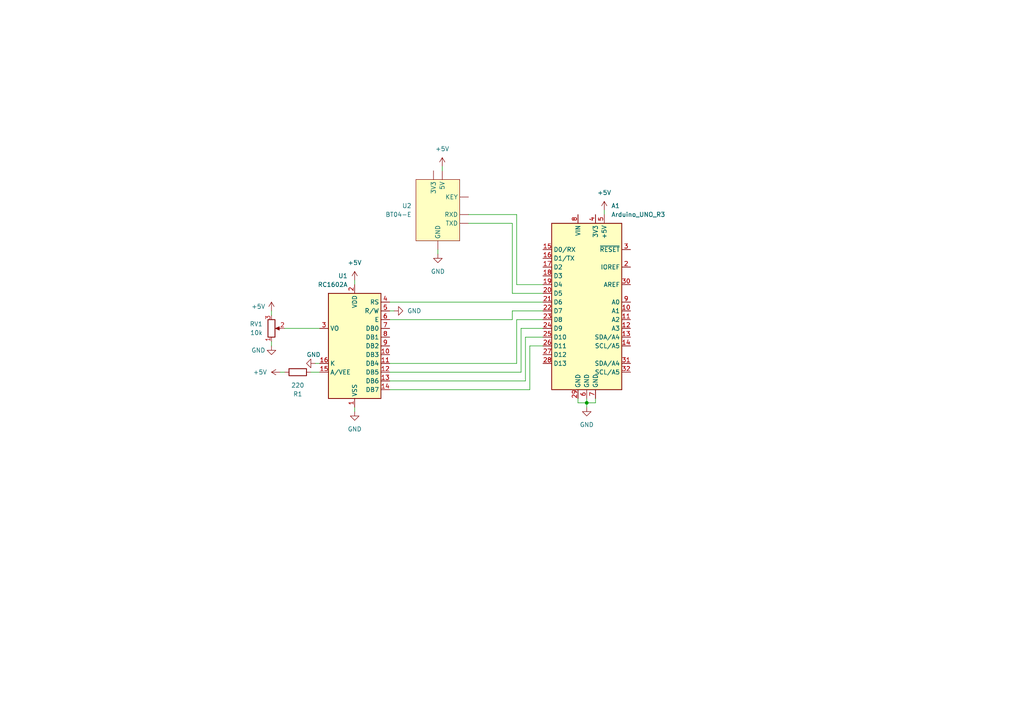
<source format=kicad_sch>
(kicad_sch (version 20230121) (generator eeschema)
  (paper "A4")
  (lib_symbols
    (symbol "Device:R" (pin_numbers hide) (pin_names (offset 0))
      (property "Reference" "R" (at 2.032 0 90))
      (property "Value" "R" (at 0 0 90))
      (symbol "R_0_1"
        (rectangle (start -1.016 -2.54) (end 1.016 2.54) (stroke (width 0.254)))
      )
      (symbol "R_1_1"
        (pin passive line (at 0 3.81 270) (length 1.27) (name "~") (number "1"))
        (pin passive line (at 0 -3.81 90) (length 1.27) (name "~") (number "2"))
      )
    )
    (symbol "Device:R_Potentiometer" (pin_names (offset 1.016) hide)
      (property "Reference" "RV" (at -4.445 0 90))
      (property "Value" "R_Potentiometer" (at -2.54 0 90))
      (symbol "R_Potentiometer_0_1"
        (polyline (pts (xy 2.54 0) (xy 1.524 0)))
        (polyline (pts (xy 1.143 0) (xy 2.286 0.508) (xy 2.286 -0.508) (xy 1.143 0)) (fill (type outline)))
        (rectangle (start 1.016 2.54) (end -1.016 -2.54) (stroke (width 0.254)))
      )
      (symbol "R_Potentiometer_1_1"
        (pin passive line (at 0 3.81 270) (length 1.27) (name "1") (number "1"))
        (pin passive line (at 3.81 0 180) (length 1.27) (name "2") (number "2"))
        (pin passive line (at 0 -3.81 90) (length 1.27) (name "3") (number "3"))
      )
    )
    (symbol "Display_Character:RC1602A"
      (property "Reference" "U" (at -6.35 16.51 0))
      (property "Value" "RC1602A" (at 2.794 16.51 0))
      (symbol "RC1602A_0_1"
        (rectangle (start -7.62 15.24) (end 7.62 -15.24) (stroke (width 0.254)) (fill (type background)))
      )
      (symbol "RC1602A_1_1"
        (pin power_in line (at 0 -17.78 90) (length 2.54) (name "VSS") (number "1"))
        (pin bidirectional line (at -10.16 -2.54 0) (length 2.54) (name "DB3") (number "10"))
        (pin bidirectional line (at -10.16 -5.08 0) (length 2.54) (name "DB4") (number "11"))
        (pin bidirectional line (at -10.16 -7.62 0) (length 2.54) (name "DB5") (number "12"))
        (pin bidirectional line (at -10.16 -10.16 0) (length 2.54) (name "DB6") (number "13"))
        (pin bidirectional line (at -10.16 -12.7 0) (length 2.54) (name "DB7") (number "14"))
        (pin power_in line (at 10.16 -7.62 180) (length 2.54) (name "A/VEE") (number "15"))
        (pin power_in line (at 10.16 -5.08 180) (length 2.54) (name "K") (number "16"))
        (pin power_in line (at 0 17.78 270) (length 2.54) (name "VDD") (number "2"))
        (pin power_in line (at 10.16 5.08 180) (length 2.54) (name "VO") (number "3"))
        (pin input line (at -10.16 12.7 0) (length 2.54) (name "RS") (number "4"))
        (pin input line (at -10.16 10.16 0) (length 2.54) (name "R/W") (number "5"))
        (pin input line (at -10.16 7.62 0) (length 2.54) (name "E") (number "6"))
        (pin bidirectional line (at -10.16 5.08 0) (length 2.54) (name "DB0") (number "7"))
        (pin bidirectional line (at -10.16 2.54 0) (length 2.54) (name "DB1") (number "8"))
        (pin bidirectional line (at -10.16 0 0) (length 2.54) (name "DB2") (number "9"))
      )
    )
    (symbol "MCU_Module:Arduino_UNO_R3"
      (property "Reference" "A" (at -10.16 23.495 0))
      (property "Value" "Arduino_UNO_R3" (at 5.08 -26.67 0))
      (symbol "Arduino_UNO_R3_0_1"
        (rectangle (start -10.16 22.86) (end 10.16 -25.4) (stroke (width 0.254)) (fill (type background)))
      )
      (symbol "Arduino_UNO_R3_1_1"
        (pin no_connect line (at -10.16 -20.32 0) (length 2.54) hide (name "NC") (number "1"))
        (pin bidirectional line (at 12.7 -2.54 180) (length 2.54) (name "A1") (number "10"))
        (pin bidirectional line (at 12.7 -5.08 180) (length 2.54) (name "A2") (number "11"))
        (pin bidirectional line (at 12.7 -7.62 180) (length 2.54) (name "A3") (number "12"))
        (pin bidirectional line (at 12.7 -10.16 180) (length 2.54) (name "SDA/A4") (number "13"))
        (pin bidirectional line (at 12.7 -12.7 180) (length 2.54) (name "SCL/A5") (number "14"))
        (pin bidirectional line (at -12.7 15.24 0) (length 2.54) (name "D0/RX") (number "15"))
        (pin bidirectional line (at -12.7 12.7 0) (length 2.54) (name "D1/TX") (number "16"))
        (pin bidirectional line (at -12.7 10.16 0) (length 2.54) (name "D2") (number "17"))
        (pin bidirectional line (at -12.7 7.62 0) (length 2.54) (name "D3") (number "18"))
        (pin bidirectional line (at -12.7 5.08 0) (length 2.54) (name "D4") (number "19"))
        (pin output line (at 12.7 10.16 180) (length 2.54) (name "IOREF") (number "2"))
        (pin bidirectional line (at -12.7 2.54 0) (length 2.54) (name "D5") (number "20"))
        (pin bidirectional line (at -12.7 0 0) (length 2.54) (name "D6") (number "21"))
        (pin bidirectional line (at -12.7 -2.54 0) (length 2.54) (name "D7") (number "22"))
        (pin bidirectional line (at -12.7 -5.08 0) (length 2.54) (name "D8") (number "23"))
        (pin bidirectional line (at -12.7 -7.62 0) (length 2.54) (name "D9") (number "24"))
        (pin bidirectional line (at -12.7 -10.16 0) (length 2.54) (name "D10") (number "25"))
        (pin bidirectional line (at -12.7 -12.7 0) (length 2.54) (name "D11") (number "26"))
        (pin bidirectional line (at -12.7 -15.24 0) (length 2.54) (name "D12") (number "27"))
        (pin bidirectional line (at -12.7 -17.78 0) (length 2.54) (name "D13") (number "28"))
        (pin power_in line (at -2.54 -27.94 90) (length 2.54) (name "GND") (number "29"))
        (pin input line (at 12.7 15.24 180) (length 2.54) (name "~{RESET}") (number "3"))
        (pin input line (at 12.7 5.08 180) (length 2.54) (name "AREF") (number "30"))
        (pin bidirectional line (at 12.7 -17.78 180) (length 2.54) (name "SDA/A4") (number "31"))
        (pin bidirectional line (at 12.7 -20.32 180) (length 2.54) (name "SCL/A5") (number "32"))
        (pin power_out line (at 2.54 25.4 270) (length 2.54) (name "3V3") (number "4"))
        (pin power_out line (at 5.08 25.4 270) (length 2.54) (name "+5V") (number "5"))
        (pin power_in line (at 0 -27.94 90) (length 2.54) (name "GND") (number "6"))
        (pin power_in line (at 2.54 -27.94 90) (length 2.54) (name "GND") (number "7"))
        (pin power_in line (at -2.54 25.4 270) (length 2.54) (name "VIN") (number "8"))
        (pin bidirectional line (at 12.7 0 180) (length 2.54) (name "A0") (number "9"))
      )
    )
    (symbol "bluetooth:BT04-E" (pin_numbers hide)
      (property "Reference" "U2" (at -7.62 1.2701 0))
      (property "Value" "BT04-E" (at -7.62 -1.2699 0))
      (symbol "BT04-E_0_1"
        (rectangle (start -6.35 8.89) (end 6.35 -8.89) (fill (type background)))
      )
      (symbol "BT04-E_1_1"
        (pin input line (at 1.27 11.43 270) (length 2.54) (name "5V") (number "1"))
        (pin input line (at -1.27 11.43 270) (length 2.54) (name "3V3") (number "2"))
        (pin input line (at 0 -11.43 90) (length 2.54) (name "GND") (number "3"))
        (pin input line (at 8.89 3.81 180) (length 2.54) (name "KEY") (number "4"))
        (pin input line (at 8.89 -1.27 180) (length 2.54) (name "RXD") (number "5"))
        (pin output line (at 8.89 -3.81 180) (length 2.54) (name "TXD") (number "6"))
      )
    )
    (symbol "power:+5V" (power) (pin_names (offset 0))
      (property "Value" "+5V" (at 0 3.556 0))
      (symbol "+5V_0_1"
        (polyline (pts (xy -0.762 1.27) (xy 0 2.54)))
        (polyline (pts (xy 0 0) (xy 0 2.54)))
        (polyline (pts (xy 0 2.54) (xy 0.762 1.27)))
      )
      (symbol "+5V_1_1"
        (pin power_in line (at 0 0 90) (length 0) hide (name "+5V") (number "1"))
      )
    )
    (symbol "power:GND" (power) (pin_names (offset 0))
      (property "Value" "GND" (at 0 -3.81 0))
      (symbol "GND_0_1"
        (polyline (pts (xy 0 0) (xy 0 -1.27) (xy 1.27 -1.27) (xy 0 -2.54) (xy -1.27 -1.27) (xy 0 -1.27)))
      )
      (symbol "GND_1_1"
        (pin power_in line (at 0 0 270) (length 0) hide (name "GND") (number "1"))
      )
    )
  )
  (junction (at 170.18 116.84))
  (wire (pts (xy 148.59 64.77) (xy 148.59 85.09)))
  (wire (pts (xy 149.86 92.71) (xy 149.86 105.41)))
  (wire (pts (xy 167.64 116.84) (xy 170.18 116.84)))
  (wire (pts (xy 78.74 99.06) (xy 78.74 100.33)))
  (wire (pts (xy 152.4 97.79) (xy 157.48 97.79)))
  (wire (pts (xy 135.89 64.77) (xy 148.59 64.77)))
  (wire (pts (xy 113.03 113.03) (xy 153.67 113.03)))
  (wire (pts (xy 175.26 60.96) (xy 175.26 62.23)))
  (wire (pts (xy 102.87 118.11) (xy 102.87 119.38)))
  (wire (pts (xy 170.18 116.84) (xy 172.72 116.84)))
  (wire (pts (xy 90.17 107.95) (xy 92.71 107.95)))
  (wire (pts (xy 172.72 115.57) (xy 172.72 116.84)))
  (wire (pts (xy 127 72.39) (xy 127 73.66)))
  (wire (pts (xy 148.59 92.71) (xy 148.59 90.17)))
  (wire (pts (xy 113.03 105.41) (xy 149.86 105.41)))
  (wire (pts (xy 149.86 82.55) (xy 149.86 62.23)))
  (wire (pts (xy 170.18 116.84) (xy 170.18 118.11)))
  (wire (pts (xy 153.67 113.03) (xy 153.67 100.33)))
  (wire (pts (xy 113.03 107.95) (xy 151.13 107.95)))
  (wire (pts (xy 148.59 90.17) (xy 157.48 90.17)))
  (wire (pts (xy 81.28 107.95) (xy 82.55 107.95)))
  (wire (pts (xy 113.03 92.71) (xy 148.59 92.71)))
  (wire (pts (xy 91.44 105.41) (xy 92.71 105.41)))
  (wire (pts (xy 113.03 110.49) (xy 152.4 110.49)))
  (wire (pts (xy 153.67 100.33) (xy 157.48 100.33)))
  (wire (pts (xy 151.13 95.25) (xy 151.13 107.95)))
  (wire (pts (xy 151.13 95.25) (xy 157.48 95.25)))
  (wire (pts (xy 170.18 115.57) (xy 170.18 116.84)))
  (wire (pts (xy 152.4 97.79) (xy 152.4 110.49)))
  (wire (pts (xy 128.27 48.26) (xy 128.27 49.53)))
  (wire (pts (xy 113.03 90.17) (xy 114.3 90.17)))
  (wire (pts (xy 149.86 92.71) (xy 157.48 92.71)))
  (wire (pts (xy 92.71 95.25) (xy 82.55 95.25)))
  (wire (pts (xy 157.48 82.55) (xy 149.86 82.55)))
  (wire (pts (xy 102.87 81.28) (xy 102.87 82.55)))
  (wire (pts (xy 149.86 62.23) (xy 135.89 62.23)))
  (wire (pts (xy 167.64 115.57) (xy 167.64 116.84)))
  (wire (pts (xy 113.03 87.63) (xy 157.48 87.63)))
  (wire (pts (xy 148.59 85.09) (xy 157.48 85.09)))
  (wire (pts (xy 78.74 90.17) (xy 78.74 91.44)))
  (symbol (lib_id "power:GND") (at 91.44 105.41 270) (mirror x) (unit 1)
    (property "Reference" "#PWR07" (effects hide))
    (property "Value" "GND" (at 88.9 102.87 90) (effects (justify left)))
  )
  (symbol (lib_id "bluetooth:BT04-E") (at 127 60.96 0) (unit 1)
    (property "Reference" "U2" (at 119.38 59.6899 0) (effects (justify right)))
    (property "Value" "BT04-E" (at 119.38 62.2299 0) (effects (justify right)))
  )
  (symbol (lib_id "Device:R_Potentiometer") (at 78.74 95.25 0) (mirror x) (unit 1)
    (property "Reference" "RV1" (at 76.2 93.9799 0) (effects (justify right)))
    (property "Value" "10k" (at 76.2 96.5199 0) (effects (justify right)))
  )
  (symbol (lib_id "power:+5V") (at 175.26 60.96 0) (unit 1)
    (property "Reference" "#PWR011" (effects hide))
    (property "Value" "+5V" (at 175.26 55.88 0))
  )
  (symbol (lib_id "MCU_Module:Arduino_UNO_R3") (at 170.18 87.63 0) (unit 1)
    (property "Reference" "A1" (at 177.2794 59.69 0) (effects (justify left)))
    (property "Value" "Arduino_UNO_R3" (at 177.2794 62.23 0) (effects (justify left)))
    (property "Footprint" "Module:Arduino_UNO_R3" (effects hide))
    (property "Datasheet" "https://www.arduino.cc/en/Main/arduinoBoardUno" (effects hide))
  )
  (symbol (lib_id "power:+5V") (at 102.87 81.28 0) (mirror y) (unit 1)
    (property "Reference" "#PWR03" (effects hide))
    (property "Value" "+5V" (at 102.87 76.2 0))
  )
  (symbol (lib_id "power:+5V") (at 78.74 90.17 0) (mirror y) (unit 1)
    (property "Reference" "#PWR01" (effects hide))
    (property "Value" "+5V" (at 74.93 88.9 0))
  )
  (symbol (lib_id "Device:R") (at 86.36 107.95 270) (unit 1)
    (property "Reference" "R1" (at 86.36 114.3 90))
    (property "Value" "220" (at 86.36 111.76 90))
  )
  (symbol (lib_id "power:GND") (at 78.74 100.33 0) (mirror y) (unit 1)
    (property "Reference" "#PWR02" (effects hide))
    (property "Value" "GND" (at 74.93 101.6 0))
  )
  (symbol (lib_id "power:GND") (at 102.87 119.38 0) (mirror y) (unit 1)
    (property "Reference" "#PWR04" (effects hide))
    (property "Value" "GND" (at 102.87 124.46 0))
  )
  (symbol (lib_id "power:GND") (at 127 73.66 0) (mirror y) (unit 1)
    (property "Reference" "#PWR08" (effects hide))
    (property "Value" "GND" (at 127 78.74 0))
  )
  (symbol (lib_id "Display_Character:RC1602A") (at 102.87 100.33 0) (mirror y) (unit 1)
    (property "Reference" "U1" (at 100.8506 80.01 0) (effects (justify left)))
    (property "Value" "RC1602A" (at 100.8506 82.55 0) (effects (justify left)))
    (property "Footprint" "Display:RC1602A" (effects hide))
    (property "Datasheet" "http://www.raystar-optronics.com/down.php?ProID=18" (effects hide))
  )
  (symbol (lib_id "power:GND") (at 114.3 90.17 90) (mirror x) (unit 1)
    (property "Reference" "#PWR05" (effects hide))
    (property "Value" "GND" (at 118.11 90.1699 90) (effects (justify right)))
  )
  (symbol (lib_id "power:GND") (at 170.18 118.11 0) (unit 1)
    (property "Reference" "#PWR010" (effects hide))
    (property "Value" "GND" (at 170.18 123.19 0))
  )
  (symbol (lib_id "power:+5V") (at 81.28 107.95 90) (unit 1)
    (property "Reference" "#PWR06" (effects hide))
    (property "Value" "+5V" (at 77.47 107.9499 90) (effects (justify left)))
  )
  (symbol (lib_id "power:+5V") (at 128.27 48.26 0) (mirror y) (unit 1)
    (property "Reference" "#PWR09" (effects hide))
    (property "Value" "+5V" (at 128.27 43.18 0))
  )
)
</source>
